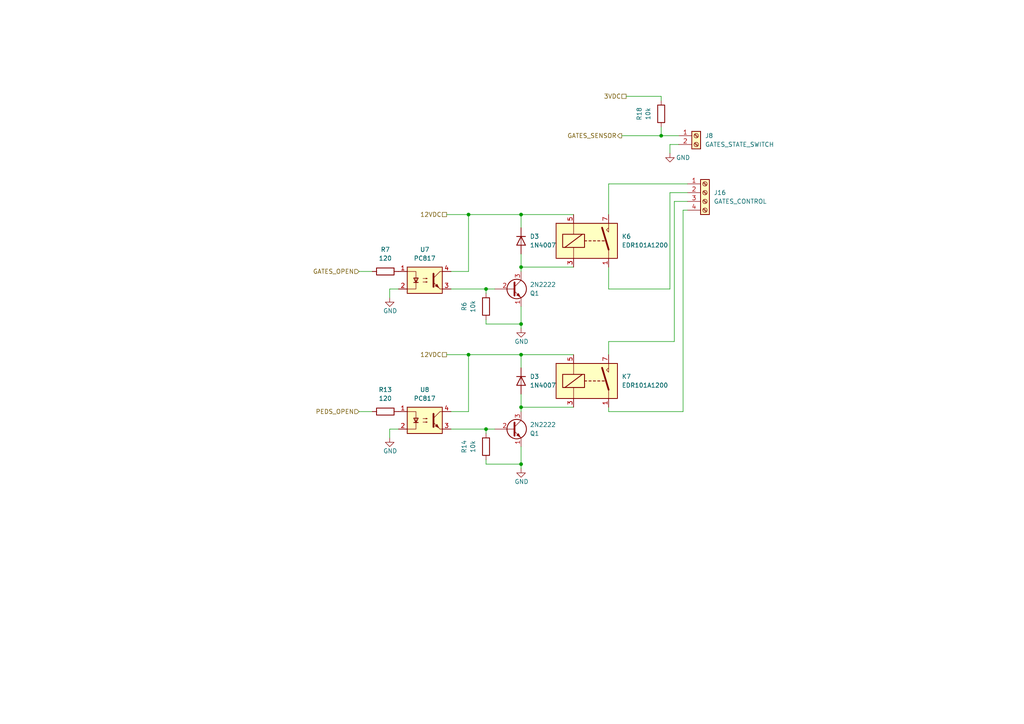
<source format=kicad_sch>
(kicad_sch (version 20230121) (generator eeschema)
  (paper "A4")
  (lib_symbols
    (symbol "Connector:Screw_Terminal_01x02" (pin_names (offset 1.016) hide)
      (property "Reference" "J" (at 0 2.54 0))
      (property "Value" "Screw_Terminal_01x02" (at 0 -5.08 0))
      (symbol "Screw_Terminal_01x02_1_1"
        (rectangle (start -1.27 1.27) (end 1.27 -3.81) (stroke (width 0.254)) (fill (type background)))
        (circle (center 0 -2.54) (radius 0.635) (stroke (width 0.1524)))
        (polyline (pts (xy -0.5334 -2.2098) (xy 0.3302 -3.048)) (stroke (width 0.1524)))
        (polyline (pts (xy -0.5334 0.3302) (xy 0.3302 -0.508)) (stroke (width 0.1524)))
        (polyline (pts (xy -0.3556 -2.032) (xy 0.508 -2.8702)) (stroke (width 0.1524)))
        (polyline (pts (xy -0.3556 0.508) (xy 0.508 -0.3302)) (stroke (width 0.1524)))
        (circle (center 0 0) (radius 0.635) (stroke (width 0.1524)))
        (pin passive line (at -5.08 0 0) (length 3.81) (name "Pin_1") (number "1"))
        (pin passive line (at -5.08 -2.54 0) (length 3.81) (name "Pin_2") (number "2"))
      )
    )
    (symbol "Connector:Screw_Terminal_01x04" (pin_names (offset 1.016) hide)
      (property "Reference" "J" (at 0 5.08 0))
      (property "Value" "Screw_Terminal_01x04" (at 0 -7.62 0))
      (symbol "Screw_Terminal_01x04_1_1"
        (rectangle (start -1.27 3.81) (end 1.27 -6.35) (stroke (width 0.254)) (fill (type background)))
        (circle (center 0 -5.08) (radius 0.635) (stroke (width 0.1524)))
        (circle (center 0 -2.54) (radius 0.635) (stroke (width 0.1524)))
        (polyline (pts (xy -0.5334 -4.7498) (xy 0.3302 -5.588)) (stroke (width 0.1524)))
        (polyline (pts (xy -0.5334 -2.2098) (xy 0.3302 -3.048)) (stroke (width 0.1524)))
        (polyline (pts (xy -0.5334 0.3302) (xy 0.3302 -0.508)) (stroke (width 0.1524)))
        (polyline (pts (xy -0.5334 2.8702) (xy 0.3302 2.032)) (stroke (width 0.1524)))
        (polyline (pts (xy -0.3556 -4.572) (xy 0.508 -5.4102)) (stroke (width 0.1524)))
        (polyline (pts (xy -0.3556 -2.032) (xy 0.508 -2.8702)) (stroke (width 0.1524)))
        (polyline (pts (xy -0.3556 0.508) (xy 0.508 -0.3302)) (stroke (width 0.1524)))
        (polyline (pts (xy -0.3556 3.048) (xy 0.508 2.2098)) (stroke (width 0.1524)))
        (circle (center 0 0) (radius 0.635) (stroke (width 0.1524)))
        (circle (center 0 2.54) (radius 0.635) (stroke (width 0.1524)))
        (pin passive line (at -5.08 2.54 0) (length 3.81) (name "Pin_1") (number "1"))
        (pin passive line (at -5.08 0 0) (length 3.81) (name "Pin_2") (number "2"))
        (pin passive line (at -5.08 -2.54 0) (length 3.81) (name "Pin_3") (number "3"))
        (pin passive line (at -5.08 -5.08 0) (length 3.81) (name "Pin_4") (number "4"))
      )
    )
    (symbol "Device:R" (pin_numbers hide) (pin_names (offset 0))
      (property "Reference" "R" (at 2.032 0 90))
      (property "Value" "R" (at 0 0 90))
      (symbol "R_0_1"
        (rectangle (start -1.016 -2.54) (end 1.016 2.54) (stroke (width 0.254)))
      )
      (symbol "R_1_1"
        (pin passive line (at 0 3.81 270) (length 1.27) (name "~") (number "1"))
        (pin passive line (at 0 -3.81 90) (length 1.27) (name "~") (number "2"))
      )
    )
    (symbol "Diode:1N4007" (pin_numbers hide) (pin_names hide)
      (property "Reference" "D" (at 0 2.54 0))
      (property "Value" "1N4007" (at 0 -2.54 0))
      (symbol "1N4007_0_1"
        (polyline (pts (xy -1.27 1.27) (xy -1.27 -1.27)) (stroke (width 0.254)))
        (polyline (pts (xy 1.27 0) (xy -1.27 0)))
        (polyline (pts (xy 1.27 1.27) (xy 1.27 -1.27) (xy -1.27 0) (xy 1.27 1.27)) (stroke (width 0.254)))
      )
      (symbol "1N4007_1_1"
        (pin passive line (at -3.81 0 0) (length 2.54) (name "K") (number "1"))
        (pin passive line (at 3.81 0 180) (length 2.54) (name "A") (number "2"))
      )
    )
    (symbol "Isolator:PC817" (pin_names (offset 1.016))
      (property "Reference" "U" (at -5.08 5.08 0))
      (property "Value" "PC817" (at 0 5.08 0))
      (symbol "PC817_0_1"
        (rectangle (start -5.08 3.81) (end 5.08 -3.81) (stroke (width 0.254)) (fill (type background)))
        (polyline (pts (xy -3.175 -0.635) (xy -1.905 -0.635)) (stroke (width 0.254)))
        (polyline (pts (xy 2.54 0.635) (xy 4.445 2.54)))
        (polyline (pts (xy 4.445 -2.54) (xy 2.54 -0.635)) (fill (type outline)))
        (polyline (pts (xy 4.445 -2.54) (xy 5.08 -2.54)))
        (polyline (pts (xy 4.445 2.54) (xy 5.08 2.54)))
        (polyline (pts (xy -5.08 2.54) (xy -2.54 2.54) (xy -2.54 -0.635)))
        (polyline (pts (xy -2.54 -0.635) (xy -2.54 -2.54) (xy -5.08 -2.54)))
        (polyline (pts (xy 2.54 1.905) (xy 2.54 -1.905) (xy 2.54 -1.905)) (stroke (width 0.508)))
        (polyline (pts (xy -2.54 -0.635) (xy -3.175 0.635) (xy -1.905 0.635) (xy -2.54 -0.635)) (stroke (width 0.254)))
        (polyline (pts (xy -0.508 -0.508) (xy 0.762 -0.508) (xy 0.381 -0.635) (xy 0.381 -0.381) (xy 0.762 -0.508)))
        (polyline (pts (xy -0.508 0.508) (xy 0.762 0.508) (xy 0.381 0.381) (xy 0.381 0.635) (xy 0.762 0.508)))
        (polyline (pts (xy 3.048 -1.651) (xy 3.556 -1.143) (xy 4.064 -2.159) (xy 3.048 -1.651) (xy 3.048 -1.651)) (fill (type outline)))
      )
      (symbol "PC817_1_1"
        (pin passive line (at -7.62 2.54 0) (length 2.54) (name "~") (number "1"))
        (pin passive line (at -7.62 -2.54 0) (length 2.54) (name "~") (number "2"))
        (pin passive line (at 7.62 -2.54 180) (length 2.54) (name "~") (number "3"))
        (pin passive line (at 7.62 2.54 180) (length 2.54) (name "~") (number "4"))
      )
    )
    (symbol "Relay:MSxx-1Axx-75"
      (property "Reference" "K" (at 8.89 3.81 0))
      (property "Value" "MSxx-1Axx-75" (at 8.89 1.27 0))
      (symbol "MSxx-1Axx-75_0_0"
        (polyline (pts (xy 5.08 5.08) (xy 5.08 2.54) (xy 4.445 3.175) (xy 5.08 3.81)))
      )
      (symbol "MSxx-1Axx-75_0_1"
        (rectangle (start -10.16 5.08) (end 7.62 -5.08) (stroke (width 0.254)) (fill (type background)))
        (rectangle (start -8.255 1.905) (end -1.905 -1.905) (stroke (width 0.254)))
        (polyline (pts (xy -7.62 -1.905) (xy -2.54 1.905)) (stroke (width 0.254)))
        (polyline (pts (xy -5.08 -5.08) (xy -5.08 -1.905)))
        (polyline (pts (xy -5.08 5.08) (xy -5.08 1.905)))
        (polyline (pts (xy -1.905 0) (xy -1.27 0)) (stroke (width 0.254)))
        (polyline (pts (xy -0.635 0) (xy 0 0)) (stroke (width 0.254)))
        (polyline (pts (xy 0.635 0) (xy 1.27 0)) (stroke (width 0.254)))
        (polyline (pts (xy 1.905 0) (xy 2.54 0)) (stroke (width 0.254)))
        (polyline (pts (xy 3.175 0) (xy 3.81 0)) (stroke (width 0.254)))
        (polyline (pts (xy 5.08 -2.54) (xy 3.175 3.81)) (stroke (width 0.508)))
        (polyline (pts (xy 5.08 -2.54) (xy 5.08 -5.08)))
      )
      (symbol "MSxx-1Axx-75_1_1"
        (pin passive line (at 5.08 -7.62 90) (length 2.54) (name "~") (number "1"))
        (pin passive line (at -5.08 -7.62 90) (length 2.54) (name "~") (number "3"))
        (pin passive line (at -5.08 7.62 270) (length 2.54) (name "~") (number "5"))
        (pin passive line (at 5.08 7.62 270) (length 2.54) (name "~") (number "7"))
      )
    )
    (symbol "Transistor_BJT:2N3904" (pin_names (offset 0) hide)
      (property "Reference" "Q" (at 5.08 1.905 0))
      (property "Value" "2N3904" (at 5.08 0 0))
      (symbol "2N3904_0_1"
        (polyline (pts (xy 0.635 0.635) (xy 2.54 2.54)))
        (polyline (pts (xy 0.635 -0.635) (xy 2.54 -2.54) (xy 2.54 -2.54)))
        (polyline (pts (xy 0.635 1.905) (xy 0.635 -1.905) (xy 0.635 -1.905)) (stroke (width 0.508)))
        (polyline (pts (xy 1.27 -1.778) (xy 1.778 -1.27) (xy 2.286 -2.286) (xy 1.27 -1.778) (xy 1.27 -1.778)) (fill (type outline)))
        (circle (center 1.27 0) (radius 2.8194) (stroke (width 0.254)))
      )
      (symbol "2N3904_1_1"
        (pin passive line (at 2.54 -5.08 90) (length 2.54) (name "E") (number "1"))
        (pin passive line (at -5.08 0 0) (length 5.715) (name "B") (number "2"))
        (pin passive line (at 2.54 5.08 270) (length 2.54) (name "C") (number "3"))
      )
    )
    (symbol "power:GND" (power) (pin_names (offset 0))
      (property "Value" "GND" (at 0 -3.81 0))
      (symbol "GND_0_1"
        (polyline (pts (xy 0 0) (xy 0 -1.27) (xy 1.27 -1.27) (xy 0 -2.54) (xy -1.27 -1.27) (xy 0 -1.27)))
      )
      (symbol "GND_1_1"
        (pin power_in line (at 0 0 270) (length 0) hide (name "GND") (number "1"))
      )
    )
  )
  (junction (at 151.13 134.62))
  (junction (at 151.13 93.98))
  (junction (at 151.13 62.23))
  (junction (at 140.97 124.46))
  (junction (at 151.13 77.47))
  (junction (at 135.89 62.23))
  (junction (at 135.89 102.87))
  (junction (at 151.13 102.87))
  (junction (at 140.97 83.82))
  (junction (at 151.13 118.11))
  (junction (at 191.77 39.37))
  (wire (pts (xy 195.58 99.06) (xy 195.58 58.42)))
  (wire (pts (xy 181.61 27.94) (xy 191.77 27.94)))
  (wire (pts (xy 176.53 83.82) (xy 194.31 83.82)))
  (wire (pts (xy 151.13 88.9) (xy 151.13 93.98)))
  (wire (pts (xy 151.13 129.54) (xy 151.13 134.62)))
  (wire (pts (xy 176.53 53.34) (xy 176.53 62.23)))
  (wire (pts (xy 151.13 77.47) (xy 151.13 78.74)))
  (wire (pts (xy 196.85 41.91) (xy 194.31 41.91)))
  (wire (pts (xy 195.58 58.42) (xy 199.39 58.42)))
  (wire (pts (xy 129.54 62.23) (xy 135.89 62.23)))
  (wire (pts (xy 130.81 124.46) (xy 140.97 124.46)))
  (wire (pts (xy 151.13 118.11) (xy 166.37 118.11)))
  (wire (pts (xy 130.81 83.82) (xy 140.97 83.82)))
  (wire (pts (xy 140.97 93.98) (xy 151.13 93.98)))
  (wire (pts (xy 129.54 102.87) (xy 135.89 102.87)))
  (wire (pts (xy 176.53 99.06) (xy 176.53 102.87)))
  (wire (pts (xy 135.89 102.87) (xy 151.13 102.87)))
  (wire (pts (xy 113.03 86.36) (xy 113.03 83.82)))
  (wire (pts (xy 151.13 77.47) (xy 166.37 77.47)))
  (wire (pts (xy 194.31 55.88) (xy 194.31 83.82)))
  (wire (pts (xy 176.53 99.06) (xy 195.58 99.06)))
  (wire (pts (xy 191.77 27.94) (xy 191.77 29.21)))
  (wire (pts (xy 180.34 39.37) (xy 191.77 39.37)))
  (wire (pts (xy 191.77 39.37) (xy 196.85 39.37)))
  (wire (pts (xy 140.97 93.98) (xy 140.97 92.71)))
  (wire (pts (xy 198.12 60.96) (xy 199.39 60.96)))
  (wire (pts (xy 176.53 77.47) (xy 176.53 83.82)))
  (wire (pts (xy 135.89 102.87) (xy 135.89 119.38)))
  (wire (pts (xy 176.53 119.38) (xy 198.12 119.38)))
  (wire (pts (xy 135.89 62.23) (xy 135.89 78.74)))
  (wire (pts (xy 140.97 83.82) (xy 143.51 83.82)))
  (wire (pts (xy 130.81 78.74) (xy 135.89 78.74)))
  (wire (pts (xy 140.97 124.46) (xy 140.97 125.73)))
  (wire (pts (xy 113.03 83.82) (xy 115.57 83.82)))
  (wire (pts (xy 191.77 39.37) (xy 191.77 36.83)))
  (wire (pts (xy 151.13 73.66) (xy 151.13 77.47)))
  (wire (pts (xy 104.14 119.38) (xy 107.95 119.38)))
  (wire (pts (xy 113.03 127) (xy 113.03 124.46)))
  (wire (pts (xy 194.31 41.91) (xy 194.31 44.45)))
  (wire (pts (xy 140.97 124.46) (xy 143.51 124.46)))
  (wire (pts (xy 151.13 114.3) (xy 151.13 118.11)))
  (wire (pts (xy 113.03 124.46) (xy 115.57 124.46)))
  (wire (pts (xy 198.12 119.38) (xy 198.12 60.96)))
  (wire (pts (xy 104.14 78.74) (xy 107.95 78.74)))
  (wire (pts (xy 140.97 134.62) (xy 151.13 134.62)))
  (wire (pts (xy 166.37 102.87) (xy 151.13 102.87)))
  (wire (pts (xy 140.97 83.82) (xy 140.97 85.09)))
  (wire (pts (xy 130.81 119.38) (xy 135.89 119.38)))
  (wire (pts (xy 194.31 55.88) (xy 199.39 55.88)))
  (wire (pts (xy 151.13 62.23) (xy 151.13 66.04)))
  (wire (pts (xy 176.53 118.11) (xy 176.53 119.38)))
  (wire (pts (xy 166.37 62.23) (xy 151.13 62.23)))
  (wire (pts (xy 140.97 134.62) (xy 140.97 133.35)))
  (wire (pts (xy 151.13 118.11) (xy 151.13 119.38)))
  (wire (pts (xy 135.89 62.23) (xy 151.13 62.23)))
  (wire (pts (xy 151.13 135.89) (xy 151.13 134.62)))
  (wire (pts (xy 176.53 53.34) (xy 199.39 53.34)))
  (wire (pts (xy 151.13 102.87) (xy 151.13 106.68)))
  (wire (pts (xy 151.13 95.25) (xy 151.13 93.98)))
  (hierarchical_label "PEDS_OPEN" (shape input) (at 104.14 119.38 180))
  (hierarchical_label "12VDC" (shape passive) (at 129.54 102.87 180))
  (hierarchical_label "3VDC" (shape passive) (at 181.61 27.94 180))
  (hierarchical_label "GATES_SENSOR" (shape output) (at 180.34 39.37 180))
  (hierarchical_label "12VDC" (shape passive) (at 129.54 62.23 180))
  (hierarchical_label "GATES_OPEN" (shape input) (at 104.14 78.74 180))
  (symbol (lib_id "Device:R") (at 191.77 33.02 0) (mirror y) (unit 1)
    (property "Reference" "R18" (at 185.42 33.02 90))
    (property "Value" "10k" (at 187.96 33.02 90))
    (property "Footprint" "PCM_Resistor_SMD_AKL:R_1206_3216Metric_Pad1.42x1.75mm_HandSolder" (effects hide))
    (instances (project "control.gateway" (path "" (reference "R18") (unit 1)) (path "" (reference "R24") (unit 1))))
  )
  (symbol (lib_id "Connector:Screw_Terminal_01x04") (at 204.47 55.88 0) (unit 1)
    (property "Reference" "J16" (at 207.01 55.88 0) (effects (justify left)))
    (property "Value" "GATES_CONTROL" (at 207.01 58.42 0) (effects (justify left)))
    (property "Footprint" "Connector_Phoenix_MC:PhoenixContact_MC_1,5_4-G-3.5_1x04_P3.50mm_Horizontal" (effects hide))
    (instances (project "control.gateway" (path "" (reference "J16") (unit 1)) (path "" (reference "J16") (unit 1))) (project "control.energy" (path "" (reference "J5") (unit 1))))
  )
  (symbol (lib_id "power:GND") (at 151.13 95.25 0) (unit 1)
    (property "Reference" "#PWR045" (effects hide))
    (property "Value" "GND" (at 149.225 99.06 0) (effects (justify left)))
    (instances (project "water-ctrl-hw" (path "" (reference "#PWR045") (unit 1))) (project "control.gateway" (path "" (reference "#PWR010") (unit 1)) (path "" (reference "#PWR016") (unit 1))))
  )
  (symbol (lib_id "Device:R") (at 140.97 88.9 0) (mirror y) (unit 1)
    (property "Reference" "R6" (at 134.62 88.9 90))
    (property "Value" "10k" (at 137.16 88.9 90))
    (property "Footprint" "PCM_Resistor_SMD_AKL:R_1206_3216Metric_Pad1.42x1.75mm_HandSolder" (effects hide))
    (instances (project "control.gateway" (path "" (reference "R6") (unit 1)) (path "" (reference "R27") (unit 1))))
  )
  (symbol (lib_id "power:GND") (at 194.31 44.45 0) (unit 1)
    (property "Reference" "#PWR043" (effects hide))
    (property "Value" "GND" (at 198.12 45.72 0))
    (instances (project "control.gateway" (path "" (reference "#PWR043") (unit 1)) (path "" (reference "#PWR09") (unit 1))))
  )
  (symbol (lib_id "Device:R") (at 140.97 129.54 0) (mirror y) (unit 1)
    (property "Reference" "R14" (at 134.62 129.54 90))
    (property "Value" "10k" (at 137.16 129.54 90))
    (property "Footprint" "PCM_Resistor_SMD_AKL:R_1206_3216Metric_Pad1.42x1.75mm_HandSolder" (effects hide))
    (instances (project "control.gateway" (path "" (reference "R14") (unit 1)) (path "" (reference "R26") (unit 1))))
  )
  (symbol (lib_id "power:GND") (at 151.13 135.89 0) (unit 1)
    (property "Reference" "#PWR045" (effects hide))
    (property "Value" "GND" (at 149.225 139.7 0) (effects (justify left)))
    (instances (project "water-ctrl-hw" (path "" (reference "#PWR045") (unit 1))) (project "control.gateway" (path "" (reference "#PWR013") (unit 1)) (path "" (reference "#PWR019") (unit 1))))
  )
  (symbol (lib_id "Connector:Screw_Terminal_01x02") (at 201.93 39.37 0) (unit 1)
    (property "Reference" "J8" (at 204.47 39.37 0) (effects (justify left)))
    (property "Value" "GATES_STATE_SWITCH" (at 204.47 41.91 0) (effects (justify left)))
    (property "Footprint" "Connector_Phoenix_MC:PhoenixContact_MC_1,5_2-G-3.5_1x02_P3.50mm_Horizontal" (effects hide))
    (instances (project "control.gateway" (path "" (reference "J8") (unit 1)) (path "" (reference "J17") (unit 1))))
  )
  (symbol (lib_id "Relay:MSxx-1Axx-75") (at 171.45 110.49 0) (unit 1)
    (property "Reference" "K7" (at 180.34 109.22 0) (effects (justify left)))
    (property "Value" "EDR101A1200" (at 180.34 111.76 0) (effects (justify left)))
    (property "Footprint" "Relay_THT:Relay_SPST_StandexMeder_MS_Form1AB" (effects hide))
    (property "Datasheet" "https://standexelectronics.com/wp-content/uploads/datasheets/42/4205187975e.pdf" (effects hide))
  )
  (symbol (lib_id "Diode:1N4007") (at 151.13 110.49 270) (unit 1)
    (property "Reference" "D3" (at 153.67 109.2199 90) (effects (justify left)))
    (property "Value" "1N4007" (at 153.67 111.76 90) (effects (justify left)))
    (property "Footprint" "Diode_THT:D_DO-41_SOD81_P10.16mm_Horizontal" (effects hide))
    (property "Datasheet" "http://www.vishay.com/docs/88503/1n4001.pdf" (effects hide))
    (instances (project "water-ctrl-hw" (path "" (reference "D3") (unit 1))) (project "control.gateway" (path "" (reference "D6") (unit 1)) (path "" (reference "D8") (unit 1))))
  )
  (symbol (lib_id "Diode:1N4007") (at 151.13 69.85 270) (unit 1)
    (property "Reference" "D3" (at 153.67 68.5799 90) (effects (justify left)))
    (property "Value" "1N4007" (at 153.67 71.12 90) (effects (justify left)))
    (property "Footprint" "Diode_THT:D_DO-41_SOD81_P10.16mm_Horizontal" (effects hide))
    (property "Datasheet" "http://www.vishay.com/docs/88503/1n4001.pdf" (effects hide))
    (instances (project "water-ctrl-hw" (path "" (reference "D3") (unit 1))) (project "control.gateway" (path "" (reference "D7") (unit 1)) (path "" (reference "D9") (unit 1))))
  )
  (symbol (lib_id "Device:R") (at 111.76 119.38 270) (mirror x) (unit 1)
    (property "Reference" "R13" (at 111.76 113.03 90))
    (property "Value" "120" (at 111.76 115.57 90))
    (property "Footprint" "PCM_Resistor_SMD_AKL:R_1206_3216Metric_Pad1.42x1.75mm_HandSolder" (effects hide))
    (instances (project "control.gateway" (path "" (reference "R13") (unit 1)) (path "" (reference "R29") (unit 1))))
  )
  (symbol (lib_id "Isolator:PC817") (at 123.19 121.92 0) (unit 1)
    (property "Reference" "U8" (at 123.19 113.03 0))
    (property "Value" "PC817" (at 123.19 115.57 0))
    (property "Footprint" "Package_DIP:DIP-4_W7.62mm" (effects hide))
    (property "Datasheet" "http://www.soselectronic.cz/a_info/resource/d/pc817.pdf" (effects hide))
    (instances (project "control.gateway" (path "" (reference "U8") (unit 1)) (path "" (reference "U11") (unit 1))))
  )
  (symbol (lib_id "Device:R") (at 111.76 78.74 270) (mirror x) (unit 1)
    (property "Reference" "R7" (at 111.76 72.39 90))
    (property "Value" "120" (at 111.76 74.93 90))
    (property "Footprint" "PCM_Resistor_SMD_AKL:R_1206_3216Metric_Pad1.42x1.75mm_HandSolder" (effects hide))
    (instances (project "control.gateway" (path "" (reference "R7") (unit 1)) (path "" (reference "R25") (unit 1))))
  )
  (symbol (lib_id "Transistor_BJT:2N3904") (at 148.59 83.82 0) (unit 1)
    (property "Reference" "Q1" (at 153.67 85.09 0) (effects (justify left)))
    (property "Value" "2N2222" (at 153.67 82.55 0) (effects (justify left)))
    (property "Footprint" "Package_TO_SOT_THT:TO-92_Inline_Wide" (effects hide))
    (property "Datasheet" "https://www.onsemi.com/pub/Collateral/2N3903-D.PDF" (effects hide))
    (instances (project "water-ctrl-hw" (path "" (reference "Q1") (unit 1))) (project "control.gateway" (path "" (reference "Q6") (unit 1)) (path "" (reference "Q8") (unit 1))))
  )
  (symbol (lib_id "Relay:MSxx-1Axx-75") (at 171.45 69.85 0) (unit 1)
    (property "Reference" "K6" (at 180.34 68.58 0) (effects (justify left)))
    (property "Value" "EDR101A1200" (at 180.34 71.12 0) (effects (justify left)))
    (property "Footprint" "Relay_THT:Relay_SPST_StandexMeder_MS_Form1AB" (effects hide))
    (property "Datasheet" "https://standexelectronics.com/wp-content/uploads/datasheets/42/4205187975e.pdf" (effects hide))
    (instances (project "control.gateway" (path "" (reference "K6") (unit 1)) (path "" (reference "K8") (unit 1))))
  )
  (symbol (lib_id "Transistor_BJT:2N3904") (at 148.59 124.46 0) (unit 1)
    (property "Reference" "Q1" (at 153.67 125.73 0) (effects (justify left)))
    (property "Value" "2N2222" (at 153.67 123.19 0) (effects (justify left)))
    (property "Footprint" "Package_TO_SOT_THT:TO-92_Inline_Wide" (effects hide))
    (property "Datasheet" "https://www.onsemi.com/pub/Collateral/2N3903-D.PDF" (effects hide))
    (instances (project "water-ctrl-hw" (path "" (reference "Q1") (unit 1))) (project "control.gateway" (path "" (reference "Q7") (unit 1)) (path "" (reference "Q7") (unit 1))))
  )
  (symbol (lib_id "power:GND") (at 113.03 86.36 0) (unit 1)
    (property "Reference" "#PWR045" (effects hide))
    (property "Value" "GND" (at 111.125 90.17 0) (effects (justify left)))
    (instances (project "water-ctrl-hw" (path "" (reference "#PWR045") (unit 1))) (project "control.gateway" (path "" (reference "#PWR08") (unit 1)) (path "" (reference "#PWR010") (unit 1))))
  )
  (symbol (lib_id "Isolator:PC817") (at 123.19 81.28 0) (unit 1)
    (property "Reference" "U7" (at 123.19 72.39 0))
    (property "Value" "PC817" (at 123.19 74.93 0))
    (property "Footprint" "Package_DIP:DIP-4_W7.62mm" (effects hide))
    (property "Datasheet" "http://www.soselectronic.cz/a_info/resource/d/pc817.pdf" (effects hide))
    (instances (project "control.gateway" (path "" (reference "U7") (unit 1)) (path "" (reference "U10") (unit 1))))
  )
  (symbol (lib_id "power:GND") (at 113.03 127 0) (unit 1)
    (property "Reference" "#PWR045" (effects hide))
    (property "Value" "GND" (at 111.125 130.81 0) (effects (justify left)))
    (instances (project "water-ctrl-hw" (path "" (reference "#PWR045") (unit 1))) (project "control.gateway" (path "" (reference "#PWR011") (unit 1)) (path "" (reference "#PWR011") (unit 1))))
  )
)
</source>
